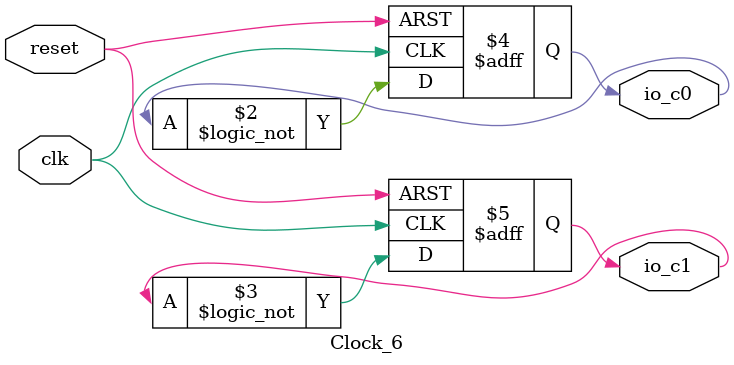
<source format=v>

`timescale 1ns/1ps

module Clock_6 (
  output reg          io_c0,
  output reg          io_c1,
  input               clk,
  input               reset
);


  always @(posedge clk or posedge reset) begin
    if(reset) begin
      io_c0 <= 1'b0;
      io_c1 <= 1'b0;
    end else begin
      io_c0 <= (! io_c0);
      io_c1 <= (! io_c1);
    end
  end


endmodule

</source>
